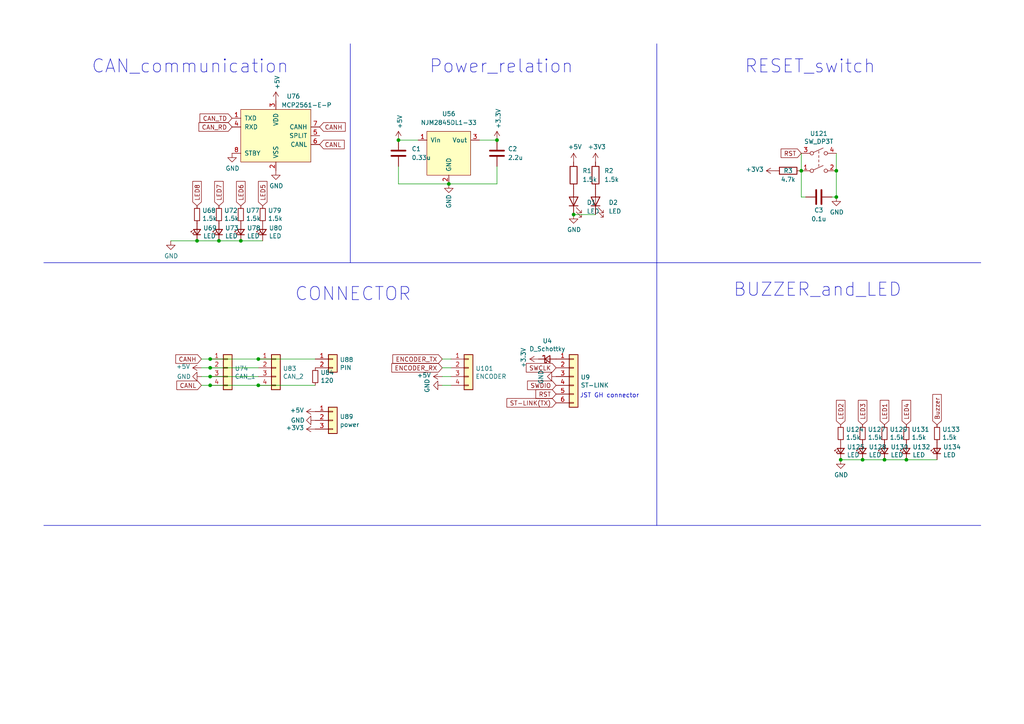
<source format=kicad_sch>
(kicad_sch (version 20230121) (generator eeschema)
  (paper "A4")
  (lib_symbols
    (symbol "Connector_Generic:Conn_01x02" (pin_names (offset 1.016) hide)
      (property "Reference" "J" (at 0 2.54 0))
      (property "Value" "Conn_01x02" (at 0 -5.08 0))
      (symbol "Conn_01x02_1_1"
        (rectangle (start -1.27 -2.413) (end 0 -2.667) (stroke (width 0.1524)))
        (rectangle (start -1.27 0.127) (end 0 -0.127) (stroke (width 0.1524)))
        (rectangle (start -1.27 1.27) (end 1.27 -3.81) (stroke (width 0.254)) (fill (type background)))
        (pin passive line (at -5.08 0 0) (length 3.81) (name "Pin_1") (number "1"))
        (pin passive line (at -5.08 -2.54 0) (length 3.81) (name "Pin_2") (number "2"))
      )
    )
    (symbol "Connector_Generic:Conn_01x03" (pin_names (offset 1.016) hide)
      (property "Reference" "J" (at 0 5.08 0))
      (property "Value" "Conn_01x03" (at 0 -5.08 0))
      (symbol "Conn_01x03_1_1"
        (rectangle (start -1.27 -2.413) (end 0 -2.667) (stroke (width 0.1524)))
        (rectangle (start -1.27 0.127) (end 0 -0.127) (stroke (width 0.1524)))
        (rectangle (start -1.27 2.667) (end 0 2.413) (stroke (width 0.1524)))
        (rectangle (start -1.27 3.81) (end 1.27 -3.81) (stroke (width 0.254)) (fill (type background)))
        (pin passive line (at -5.08 2.54 0) (length 3.81) (name "Pin_1") (number "1"))
        (pin passive line (at -5.08 0 0) (length 3.81) (name "Pin_2") (number "2"))
        (pin passive line (at -5.08 -2.54 0) (length 3.81) (name "Pin_3") (number "3"))
      )
    )
    (symbol "Connector_Generic:Conn_01x04" (pin_names (offset 1.016) hide)
      (property "Reference" "J" (at 0 5.08 0))
      (property "Value" "Conn_01x04" (at 0 -7.62 0))
      (symbol "Conn_01x04_1_1"
        (rectangle (start -1.27 -4.953) (end 0 -5.207) (stroke (width 0.1524)))
        (rectangle (start -1.27 -2.413) (end 0 -2.667) (stroke (width 0.1524)))
        (rectangle (start -1.27 0.127) (end 0 -0.127) (stroke (width 0.1524)))
        (rectangle (start -1.27 2.667) (end 0 2.413) (stroke (width 0.1524)))
        (rectangle (start -1.27 3.81) (end 1.27 -6.35) (stroke (width 0.254)) (fill (type background)))
        (pin passive line (at -5.08 2.54 0) (length 3.81) (name "Pin_1") (number "1"))
        (pin passive line (at -5.08 0 0) (length 3.81) (name "Pin_2") (number "2"))
        (pin passive line (at -5.08 -2.54 0) (length 3.81) (name "Pin_3") (number "3"))
        (pin passive line (at -5.08 -5.08 0) (length 3.81) (name "Pin_4") (number "4"))
      )
    )
    (symbol "Connector_Generic:Conn_01x06" (pin_names (offset 1.016) hide)
      (property "Reference" "J" (at 0 7.62 0))
      (property "Value" "Conn_01x06" (at 0 -10.16 0))
      (symbol "Conn_01x06_1_1"
        (rectangle (start -1.27 -7.493) (end 0 -7.747) (stroke (width 0.1524)))
        (rectangle (start -1.27 -4.953) (end 0 -5.207) (stroke (width 0.1524)))
        (rectangle (start -1.27 -2.413) (end 0 -2.667) (stroke (width 0.1524)))
        (rectangle (start -1.27 0.127) (end 0 -0.127) (stroke (width 0.1524)))
        (rectangle (start -1.27 2.667) (end 0 2.413) (stroke (width 0.1524)))
        (rectangle (start -1.27 5.207) (end 0 4.953) (stroke (width 0.1524)))
        (rectangle (start -1.27 6.35) (end 1.27 -8.89) (stroke (width 0.254)) (fill (type background)))
        (pin passive line (at -5.08 5.08 0) (length 3.81) (name "Pin_1") (number "1"))
        (pin passive line (at -5.08 2.54 0) (length 3.81) (name "Pin_2") (number "2"))
        (pin passive line (at -5.08 0 0) (length 3.81) (name "Pin_3") (number "3"))
        (pin passive line (at -5.08 -2.54 0) (length 3.81) (name "Pin_4") (number "4"))
        (pin passive line (at -5.08 -5.08 0) (length 3.81) (name "Pin_5") (number "5"))
        (pin passive line (at -5.08 -7.62 0) (length 3.81) (name "Pin_6") (number "6"))
      )
    )
    (symbol "Device:C" (pin_numbers hide) (pin_names (offset 0.254))
      (property "Reference" "C" (at 0.635 2.54 0))
      (property "Value" "C" (at 0.635 -2.54 0))
      (symbol "C_0_1"
        (polyline (pts (xy -2.032 -0.762) (xy 2.032 -0.762)) (stroke (width 0.508)))
        (polyline (pts (xy -2.032 0.762) (xy 2.032 0.762)) (stroke (width 0.508)))
      )
      (symbol "C_1_1"
        (pin passive line (at 0 3.81 270) (length 2.794) (name "~") (number "1"))
        (pin passive line (at 0 -3.81 90) (length 2.794) (name "~") (number "2"))
      )
    )
    (symbol "Device:D_Schottky_Small" (pin_numbers hide) (pin_names (offset 0.254) hide)
      (property "Reference" "D" (at -1.27 2.032 0))
      (property "Value" "D_Schottky_Small" (at -7.112 -2.032 0))
      (symbol "D_Schottky_Small_0_1"
        (polyline (pts (xy -0.762 0) (xy 0.762 0)))
        (polyline (pts (xy 0.762 -1.016) (xy -0.762 0) (xy 0.762 1.016) (xy 0.762 -1.016)) (stroke (width 0.254)))
        (polyline (pts (xy -1.27 0.762) (xy -1.27 1.016) (xy -0.762 1.016) (xy -0.762 -1.016) (xy -0.254 -1.016) (xy -0.254 -0.762)) (stroke (width 0.254)))
      )
      (symbol "D_Schottky_Small_1_1"
        (pin passive line (at -2.54 0 0) (length 1.778) (name "K") (number "1"))
        (pin passive line (at 2.54 0 180) (length 1.778) (name "A") (number "2"))
      )
    )
    (symbol "Device:LED" (pin_numbers hide) (pin_names (offset 1.016) hide)
      (property "Reference" "D" (at 0 2.54 0))
      (property "Value" "LED" (at 0 -2.54 0))
      (symbol "LED_0_1"
        (polyline (pts (xy -1.27 -1.27) (xy -1.27 1.27)) (stroke (width 0.254)))
        (polyline (pts (xy -1.27 0) (xy 1.27 0)))
        (polyline (pts (xy 1.27 -1.27) (xy 1.27 1.27) (xy -1.27 0) (xy 1.27 -1.27)) (stroke (width 0.254)))
        (polyline (pts (xy -3.048 -0.762) (xy -4.572 -2.286) (xy -3.81 -2.286) (xy -4.572 -2.286) (xy -4.572 -1.524)))
        (polyline (pts (xy -1.778 -0.762) (xy -3.302 -2.286) (xy -2.54 -2.286) (xy -3.302 -2.286) (xy -3.302 -1.524)))
      )
      (symbol "LED_1_1"
        (pin passive line (at -3.81 0 0) (length 2.54) (name "K") (number "1"))
        (pin passive line (at 3.81 0 180) (length 2.54) (name "A") (number "2"))
      )
    )
    (symbol "Device:LED_Small" (pin_numbers hide) (pin_names (offset 0.254) hide)
      (property "Reference" "D" (at -1.27 3.175 0))
      (property "Value" "LED_Small" (at -4.445 -2.54 0))
      (symbol "LED_Small_0_1"
        (polyline (pts (xy -0.762 -1.016) (xy -0.762 1.016)) (stroke (width 0.254)))
        (polyline (pts (xy 1.016 0) (xy -0.762 0)))
        (polyline (pts (xy 0.762 -1.016) (xy -0.762 0) (xy 0.762 1.016) (xy 0.762 -1.016)) (stroke (width 0.254)))
        (polyline (pts (xy 0 0.762) (xy -0.508 1.27) (xy -0.254 1.27) (xy -0.508 1.27) (xy -0.508 1.016)))
        (polyline (pts (xy 0.508 1.27) (xy 0 1.778) (xy 0.254 1.778) (xy 0 1.778) (xy 0 1.524)))
      )
      (symbol "LED_Small_1_1"
        (pin passive line (at -2.54 0 0) (length 1.778) (name "K") (number "1"))
        (pin passive line (at 2.54 0 180) (length 1.778) (name "A") (number "2"))
      )
    )
    (symbol "Device:R" (pin_numbers hide) (pin_names (offset 0))
      (property "Reference" "R" (at 2.032 0 90))
      (property "Value" "R" (at 0 0 90))
      (symbol "R_0_1"
        (rectangle (start -1.016 -2.54) (end 1.016 2.54) (stroke (width 0.254)))
      )
      (symbol "R_1_1"
        (pin passive line (at 0 3.81 270) (length 1.27) (name "~") (number "1"))
        (pin passive line (at 0 -3.81 90) (length 1.27) (name "~") (number "2"))
      )
    )
    (symbol "Device:R_Small" (pin_numbers hide) (pin_names (offset 0.254) hide)
      (property "Reference" "R" (at 0.762 0.508 0))
      (property "Value" "R_Small" (at 0.762 -1.016 0))
      (symbol "R_Small_0_1"
        (rectangle (start -0.762 1.778) (end 0.762 -1.778) (stroke (width 0.2032)))
      )
      (symbol "R_Small_1_1"
        (pin passive line (at 0 2.54 270) (length 0.762) (name "~") (number "1"))
        (pin passive line (at 0 -2.54 90) (length 0.762) (name "~") (number "2"))
      )
    )
    (symbol "NagaokaMDC2022-rescue:+3.3V-power" (power) (pin_names (offset 0))
      (property "Value" "+3.3V-power" (at 0 3.556 0))
      (symbol "+3.3V-power_0_1"
        (polyline (pts (xy -0.762 1.27) (xy 0 2.54)))
        (polyline (pts (xy 0 0) (xy 0 2.54)))
        (polyline (pts (xy 0 2.54) (xy 0.762 1.27)))
      )
      (symbol "+3.3V-power_1_1"
        (pin power_in line (at 0 0 90) (length 0) hide (name "+3V3") (number "1"))
      )
    )
    (symbol "Switch:SW_DPST" (pin_names (offset 0) hide)
      (property "Reference" "SW" (at 0 5.08 0))
      (property "Value" "SW_DPST" (at 0 -5.08 0))
      (symbol "SW_DPST_0_0"
        (circle (center -2.032 -2.54) (radius 0.508))
        (circle (center -2.032 2.54) (radius 0.508))
        (polyline (pts (xy -1.524 -2.286) (xy 1.27 -1.016)))
        (polyline (pts (xy -1.524 2.794) (xy 1.27 4.064)))
        (polyline (pts (xy 0 -1.27) (xy 0 -0.635)))
        (polyline (pts (xy 0 0) (xy 0 0.635)))
        (polyline (pts (xy 0 1.27) (xy 0 1.905)))
        (polyline (pts (xy 0 2.54) (xy 0 3.175)))
        (circle (center 2.032 -2.54) (radius 0.508))
        (circle (center 2.032 2.54) (radius 0.508))
      )
      (symbol "SW_DPST_1_1"
        (pin passive line (at -5.08 -2.54 0) (length 2.54) (name "1") (number "1"))
        (pin passive line (at 5.08 -2.54 180) (length 2.54) (name "2") (number "2"))
        (pin passive line (at -5.08 2.54 0) (length 2.54) (name "3") (number "3"))
        (pin passive line (at 5.08 2.54 180) (length 2.54) (name "4") (number "4"))
      )
    )
    (symbol "Symbol_Monkey:NJM2845DL1-33" (pin_names (offset 1.016))
      (property "Reference" "U" (at 7.62 3.81 0))
      (property "Value" "NJM2845DL1-33" (at 8.89 1.27 0))
      (symbol "NJM2845DL1-33_0_1"
        (rectangle (start 15.24 0) (end 2.54 -12.7) (fill (type background)))
      )
      (symbol "NJM2845DL1-33_1_1"
        (pin passive line (at 0 -2.54 0) (length 2.54) (name "Vin") (number "1"))
        (pin passive line (at 8.89 -15.24 90) (length 2.54) (name "GND") (number "2"))
        (pin passive line (at 17.78 -2.54 180) (length 2.54) (name "Vout") (number "3"))
      )
    )
    (symbol "Symbol_nishi:MCP2561-E-P" (pin_names (offset 1.016))
      (property "Reference" "U" (at -1.27 0 0))
      (property "Value" "MCP2561-E-P" (at -1.27 2.54 0))
      (symbol "MCP2561-E-P_0_1"
        (rectangle (start 0 0) (end 20.32 -15.24) (fill (type background)))
      )
      (symbol "MCP2561-E-P_1_1"
        (pin passive line (at -2.54 -2.54 0) (length 2.54) (name "TXD") (number "1"))
        (pin passive line (at 10.16 -17.78 90) (length 2.54) (name "VSS") (number "2"))
        (pin passive line (at 10.16 2.54 270) (length 2.54) (name "VDD") (number "3"))
        (pin passive line (at -2.54 -5.08 0) (length 2.54) (name "RXD") (number "4"))
        (pin passive line (at 22.86 -7.62 180) (length 2.54) (name "SPLIT") (number "5"))
        (pin passive line (at 22.86 -10.16 180) (length 2.54) (name "CANL") (number "6"))
        (pin passive line (at 22.86 -5.08 180) (length 2.54) (name "CANH") (number "7"))
        (pin passive line (at -2.54 -12.7 0) (length 2.54) (name "STBY") (number "8"))
      )
    )
    (symbol "power:+3.3V" (power) (pin_names (offset 0))
      (property "Value" "+3.3V" (at 0 3.556 0))
      (symbol "+3.3V_0_1"
        (polyline (pts (xy -0.762 1.27) (xy 0 2.54)))
        (polyline (pts (xy 0 0) (xy 0 2.54)))
        (polyline (pts (xy 0 2.54) (xy 0.762 1.27)))
      )
      (symbol "+3.3V_1_1"
        (pin power_in line (at 0 0 90) (length 0) hide (name "+3.3V") (number "1"))
      )
    )
    (symbol "power:+5V" (power) (pin_names (offset 0))
      (property "Value" "+5V" (at 0 3.556 0))
      (symbol "+5V_0_1"
        (polyline (pts (xy -0.762 1.27) (xy 0 2.54)))
        (polyline (pts (xy 0 0) (xy 0 2.54)))
        (polyline (pts (xy 0 2.54) (xy 0.762 1.27)))
      )
      (symbol "+5V_1_1"
        (pin power_in line (at 0 0 90) (length 0) hide (name "+5V") (number "1"))
      )
    )
    (symbol "power:GND" (power) (pin_names (offset 0))
      (property "Value" "GND" (at 0 -3.81 0))
      (symbol "GND_0_1"
        (polyline (pts (xy 0 0) (xy 0 -1.27) (xy 1.27 -1.27) (xy 0 -2.54) (xy -1.27 -1.27) (xy 0 -1.27)))
      )
      (symbol "GND_1_1"
        (pin power_in line (at 0 0 270) (length 0) hide (name "GND") (number "1"))
      )
    )
  )
  (junction (at 69.85 69.85))
  (junction (at 250.19 133.35))
  (junction (at 242.57 57.15))
  (junction (at 57.15 69.85))
  (junction (at 74.93 104.14))
  (junction (at 74.93 111.76))
  (junction (at 262.89 133.35))
  (junction (at 63.5 69.85))
  (junction (at 242.57 49.53))
  (junction (at 130.175 53.34))
  (junction (at 256.54 133.35))
  (junction (at 232.41 49.53))
  (junction (at 60.96 109.22))
  (junction (at 60.96 104.14))
  (junction (at 166.37 62.23))
  (junction (at 60.96 111.76))
  (junction (at 243.84 133.35))
  (junction (at 144.145 40.64))
  (junction (at 60.96 106.68))
  (junction (at 115.57 40.64))
  (polyline (pts (xy 12.7 76.2) (xy 284.48 76.2)))
  (wire (pts (xy 166.37 62.23) (xy 172.72 62.23)))
  (wire (pts (xy 58.42 111.76) (xy 60.96 111.76)))
  (wire (pts (xy 144.145 48.26) (xy 144.145 53.34)))
  (wire (pts (xy 232.41 44.45) (xy 232.41 49.53)))
  (wire (pts (xy 232.41 57.15) (xy 233.68 57.15)))
  (wire (pts (xy 49.53 69.85) (xy 57.15 69.85)))
  (wire (pts (xy 60.96 111.76) (xy 74.93 111.76)))
  (wire (pts (xy 256.54 133.35) (xy 262.89 133.35)))
  (wire (pts (xy 69.85 69.85) (xy 76.2 69.85)))
  (wire (pts (xy 232.41 49.53) (xy 232.41 57.15)))
  (wire (pts (xy 139.065 40.64) (xy 144.145 40.64)))
  (polyline (pts (xy 284.48 152.4) (xy 12.7 152.4)))
  (wire (pts (xy 128.27 111.76) (xy 130.81 111.76)))
  (wire (pts (xy 60.96 109.22) (xy 58.42 109.22)))
  (wire (pts (xy 58.42 106.68) (xy 60.96 106.68)))
  (wire (pts (xy 74.93 111.76) (xy 91.44 111.76)))
  (wire (pts (xy 60.96 104.14) (xy 58.42 104.14)))
  (polyline (pts (xy 101.6 12.7) (xy 101.6 76.2)))
  (wire (pts (xy 115.57 40.64) (xy 121.285 40.64)))
  (wire (pts (xy 242.57 57.15) (xy 241.3 57.15)))
  (wire (pts (xy 128.27 109.22) (xy 130.81 109.22)))
  (wire (pts (xy 91.44 104.14) (xy 74.93 104.14)))
  (wire (pts (xy 63.5 69.85) (xy 69.85 69.85)))
  (wire (pts (xy 250.19 133.35) (xy 256.54 133.35)))
  (polyline (pts (xy 190.5 12.7) (xy 190.5 152.4)))
  (wire (pts (xy 74.93 104.14) (xy 60.96 104.14)))
  (wire (pts (xy 242.57 44.45) (xy 242.57 49.53)))
  (wire (pts (xy 144.145 53.34) (xy 130.175 53.34)))
  (wire (pts (xy 57.15 69.85) (xy 63.5 69.85)))
  (wire (pts (xy 115.57 53.34) (xy 130.175 53.34)))
  (wire (pts (xy 243.84 133.35) (xy 250.19 133.35)))
  (wire (pts (xy 262.89 133.35) (xy 271.78 133.35)))
  (wire (pts (xy 60.96 106.68) (xy 74.93 106.68)))
  (wire (pts (xy 128.27 104.14) (xy 130.81 104.14)))
  (wire (pts (xy 242.57 49.53) (xy 242.57 57.15)))
  (wire (pts (xy 74.93 109.22) (xy 60.96 109.22)))
  (wire (pts (xy 128.27 106.68) (xy 130.81 106.68)))
  (wire (pts (xy 115.57 48.26) (xy 115.57 53.34)))
  (text "BUZZER_and_LED" (at 261.62 86.36 0) (effects (font (size 3.81 3.81)) (justify right bottom)))
  (text "Power_relation" (at 166.37 21.59 0) (effects (font (size 3.81 3.81)) (justify right bottom)))
  (text "RESET_switch" (at 254 21.59 0) (effects (font (size 3.81 3.81)) (justify right bottom)))
  (text "CONNECTOR" (at 119.38 87.63 0) (effects (font (size 3.81 3.81)) (justify right bottom)))
  (text "CAN_communication" (at 83.82 21.59 0) (effects (font (size 3.81 3.81)) (justify right bottom)))
  (text "JST GH connector" (at 185.42 115.57 0) (effects (font (size 1.27 1.27)) (justify right bottom)))
  (global_label "ENCODER_RX" (shape input) (at 128.27 106.68 180) (property "Intersheetrefs" "${INTERSHEET_REFS}" (effects hide)))
  (global_label "ST-LINK(TX)" (shape input) (at 161.29 116.84 180) (property "Intersheetrefs" "${INTERSHEET_REFS}" (effects hide)))
  (global_label "CANH" (shape input) (at 92.71 36.83 0) (property "Intersheetrefs" "${INTERSHEET_REFS}" (effects hide)))
  (global_label "LED6" (shape input) (at 69.85 59.69 90) (property "Intersheetrefs" "${INTERSHEET_REFS}" (effects hide)))
  (global_label "CAN_TD" (shape input) (at 67.31 34.29 180) (property "Intersheetrefs" "${INTERSHEET_REFS}" (effects hide)))
  (global_label "CANL" (shape input) (at 92.71 41.91 0) (property "Intersheetrefs" "${INTERSHEET_REFS}" (effects hide)))
  (global_label "ENCODER_TX" (shape input) (at 128.27 104.14 180) (property "Intersheetrefs" "${INTERSHEET_REFS}" (effects hide)))
  (global_label "LED8" (shape input) (at 57.15 59.69 90) (property "Intersheetrefs" "${INTERSHEET_REFS}" (effects hide)))
  (global_label "SWDIO" (shape input) (at 161.29 111.76 180) (property "Intersheetrefs" "${INTERSHEET_REFS}" (effects hide)))
  (global_label "CANL" (shape input) (at 58.42 111.76 180) (property "Intersheetrefs" "${INTERSHEET_REFS}" (effects hide)))
  (global_label "SWCLK" (shape input) (at 161.29 106.68 180) (property "Intersheetrefs" "${INTERSHEET_REFS}" (effects hide)))
  (global_label "LED2" (shape input) (at 243.84 123.19 90) (property "Intersheetrefs" "${INTERSHEET_REFS}" (effects hide)))
  (global_label "LED7" (shape input) (at 63.5 59.69 90) (property "Intersheetrefs" "${INTERSHEET_REFS}" (effects hide)))
  (global_label "LED1" (shape input) (at 256.54 123.19 90) (property "Intersheetrefs" "${INTERSHEET_REFS}" (effects hide)))
  (global_label "CANH" (shape input) (at 58.42 104.14 180) (property "Intersheetrefs" "${INTERSHEET_REFS}" (effects hide)))
  (global_label "Buzzer" (shape input) (at 271.78 123.19 90) (property "Intersheetrefs" "${INTERSHEET_REFS}" (effects hide)))
  (global_label "RST" (shape input) (at 232.41 44.45 180) (property "Intersheetrefs" "${INTERSHEET_REFS}" (effects hide)))
  (global_label "CAN_RD" (shape input) (at 67.31 36.83 180) (property "Intersheetrefs" "${INTERSHEET_REFS}" (effects hide)))
  (global_label "RST" (shape input) (at 161.29 114.3 180) (property "Intersheetrefs" "${INTERSHEET_REFS}" (effects hide)))
  (global_label "LED5" (shape input) (at 76.2 59.69 90) (property "Intersheetrefs" "${INTERSHEET_REFS}" (effects hide)))
  (global_label "LED4" (shape input) (at 262.89 123.19 90) (property "Intersheetrefs" "${INTERSHEET_REFS}" (effects hide)))
  (global_label "LED3" (shape input) (at 250.19 123.19 90) (property "Intersheetrefs" "${INTERSHEET_REFS}" (effects hide)))
  (symbol (lib_id "Connector_Generic:Conn_01x06") (at 166.37 109.22 0) (unit 1)
    (property "Reference" "U9" (at 168.402 109.4232 0) (effects (justify left)))
    (property "Value" "ST-LINK" (at 168.402 111.7346 0) (effects (justify left)))
    (property "Footprint" "Connector_JST:JST_GH_SM06B-GHS-TB_1x06-1MP_P1.25mm_Horizontal" (effects hide))
    (instances (project "YAMADAmain" (path "" (reference "U9") (unit 1)) (path "" (reference "U13") (unit 1))) (project "ODAmain" (path "" (reference "U58") (unit 1))) (project "M3rd_main_board" (path "" (reference "U3") (unit 1)) (path "" (reference "U12") (unit 1))))
  )
  (symbol (lib_id "Device:R_Small") (at 256.54 125.73 0) (unit 1)
    (property "Reference" "U129" (at 258.0386 124.5616 0) (effects (justify left)))
    (property "Value" "1.5k" (at 258.0386 126.873 0) (effects (justify left)))
    (property "Footprint" "Resistor_SMD:R_0805_2012Metric_Pad1.20x1.40mm_HandSolder" (effects hide))
  )
  (symbol (lib_id "Device:D_Schottky_Small") (at 158.75 104.14 0) (unit 1)
    (property "Reference" "U4" (at 158.75 98.8822 0))
    (property "Value" "D_Schottky" (at 158.75 101.1936 0))
    (property "Footprint" "Footprint_nishi:smd_diode_SOD-323_HandSoldering_cus10f30" (effects hide))
    (instances (project "YAMADAmain" (path "" (reference "U4") (unit 1)) (path "" (reference "U9") (unit 1))) (project "ODAmain" (path "" (reference "U57") (unit 1))) (project "M3rd_main_board" (path "" (reference "U2") (unit 1)) (path "" (reference "U8") (unit 1))))
  )
  (symbol (lib_id "Device:R_Small") (at 57.15 62.23 0) (unit 1)
    (property "Reference" "U68" (at 58.6486 61.0616 0) (effects (justify left)))
    (property "Value" "1.5k" (at 58.6486 63.373 0) (effects (justify left)))
    (property "Footprint" "Resistor_SMD:R_0805_2012Metric_Pad1.20x1.40mm_HandSolder" (effects hide))
  )
  (symbol (lib_id "Connector_Generic:Conn_01x04") (at 66.04 106.68 0) (unit 1)
    (property "Reference" "U74" (at 68.072 106.8832 0) (effects (justify left)))
    (property "Value" "CAN_1" (at 68.072 109.1946 0) (effects (justify left)))
    (property "Footprint" "Connector_JST_2:JST_XA_S04B-XASK-1_1x04_P2.50mm_Horizontal" (effects hide))
  )
  (symbol (lib_id "Device:LED") (at 172.72 58.42 90) (unit 1)
    (property "Reference" "D2" (at 176.53 58.7375 90) (effects (justify right)))
    (property "Value" "LED" (at 176.53 61.2775 90) (effects (justify right)))
  )
  (symbol (lib_id "Device:C") (at 237.49 57.15 90) (unit 1)
    (property "Reference" "C3" (at 237.49 60.96 90))
    (property "Value" "0.1u" (at 237.49 63.5 90))
  )
  (symbol (lib_id "Device:R_Small") (at 63.5 62.23 0) (unit 1)
    (property "Reference" "U72" (at 64.9986 61.0616 0) (effects (justify left)))
    (property "Value" "1.5k" (at 64.9986 63.373 0) (effects (justify left)))
    (property "Footprint" "Resistor_SMD:R_0805_2012Metric_Pad1.20x1.40mm_HandSolder" (effects hide))
  )
  (symbol (lib_id "power:GND") (at 80.01 49.53 0) (unit 1)
    (property "Reference" "U082" (effects hide))
    (property "Value" "GND" (at 80.137 53.9242 0))
  )
  (symbol (lib_id "power:GND") (at 58.42 109.22 270) (unit 1)
    (property "Reference" "U071" (effects hide))
    (property "Value" "GND" (at 53.34 109.22 90))
  )
  (symbol (lib_id "power:GND") (at 161.29 109.22 270) (unit 1)
    (property "Reference" "#U07" (effects hide))
    (property "Value" "GND" (at 156.8958 109.347 0))
    (instances (project "YAMADAmain" (path "" (reference "#U07") (unit 1)) (path "" (reference "#U06") (unit 1))) (project "ODAmain" (path "" (reference "#U04") (unit 1))) (project "M3rd_main_board" (path "" (reference "#U05") (unit 1)) (path "" (reference "#U07") (unit 1))))
  )
  (symbol (lib_id "Device:R_Small") (at 76.2 62.23 0) (unit 1)
    (property "Reference" "U79" (at 77.6986 61.0616 0) (effects (justify left)))
    (property "Value" "1.5k" (at 77.6986 63.373 0) (effects (justify left)))
    (property "Footprint" "Resistor_SMD:R_0805_2012Metric_Pad1.20x1.40mm_HandSolder" (effects hide))
  )
  (symbol (lib_id "power:GND") (at 128.27 111.76 270) (unit 1)
    (property "Reference" "U096" (effects hide))
    (property "Value" "GND" (at 123.8758 111.887 0))
  )
  (symbol (lib_id "power:+5V") (at 128.27 109.22 90) (unit 1)
    (property "Reference" "U095" (effects hide))
    (property "Value" "+5V" (at 125.0188 108.839 90) (effects (justify left)))
  )
  (symbol (lib_id "Connector_Generic:Conn_01x03") (at 96.52 121.92 0) (unit 1)
    (property "Reference" "U89" (at 98.552 120.8532 0) (effects (justify left)))
    (property "Value" "power" (at 98.552 123.1646 0) (effects (justify left)))
    (property "Footprint" "Connector_JST_2:JST_XA_B03B-XASK-1_1x03_P2.50mm_Vertical" (effects hide))
  )
  (symbol (lib_id "power:GND") (at 166.37 62.23 0) (unit 1)
    (property "Reference" "U0110" (effects hide))
    (property "Value" "GND" (at 166.497 66.6242 0))
  )
  (symbol (lib_id "Device:LED_Small") (at 76.2 67.31 90) (unit 1)
    (property "Reference" "U80" (at 77.978 66.1416 90) (effects (justify right)))
    (property "Value" "LED" (at 77.978 68.453 90) (effects (justify right)))
    (property "Footprint" "LED_SMD:LED_0603_1608Metric_Pad1.05x0.95mm_HandSolder" (effects hide))
  )
  (symbol (lib_id "Device:C") (at 115.57 44.45 0) (unit 1)
    (property "Reference" "C1" (at 119.38 43.1799 0) (effects (justify left)))
    (property "Value" "0.33u" (at 119.38 45.7199 0) (effects (justify left)))
    (property "Footprint" "Footprint_nishi:C_0805_2012" (effects hide))
  )
  (symbol (lib_id "Device:LED_Small") (at 256.54 130.81 90) (unit 1)
    (property "Reference" "U130" (at 258.318 129.6416 90) (effects (justify right)))
    (property "Value" "LED" (at 258.318 131.953 90) (effects (justify right)))
    (property "Footprint" "LED_SMD:LED_0603_1608Metric_Pad1.05x0.95mm_HandSolder" (effects hide))
  )
  (symbol (lib_id "power:GND") (at 243.84 133.35 0) (unit 1)
    (property "Reference" "U0126" (effects hide))
    (property "Value" "GND" (at 243.967 137.7442 0))
  )
  (symbol (lib_id "Connector_Generic:Conn_01x02") (at 96.52 104.14 0) (unit 1)
    (property "Reference" "U88" (at 98.552 104.3432 0) (effects (justify left)))
    (property "Value" "PIN" (at 98.552 106.6546 0) (effects (justify left)))
    (property "Footprint" "Connector_PinHeader_2.54mm:PinHeader_1x02_P2.54mm_Vertical" (effects hide))
  )
  (symbol (lib_id "Device:R_Small") (at 69.85 62.23 0) (unit 1)
    (property "Reference" "U77" (at 71.3486 61.0616 0) (effects (justify left)))
    (property "Value" "1.5k" (at 71.3486 63.373 0) (effects (justify left)))
    (property "Footprint" "Resistor_SMD:R_0805_2012Metric_Pad1.20x1.40mm_HandSolder" (effects hide))
  )
  (symbol (lib_id "Device:R") (at 228.6 49.53 90) (unit 1)
    (property "Reference" "R3" (at 228.6 49.53 90))
    (property "Value" "4.7k" (at 228.6 52.07 90))
  )
  (symbol (lib_id "power:+5V") (at 115.57 40.64 0) (unit 1)
    (property "Reference" "#U01" (effects hide))
    (property "Value" "+5V" (at 115.951 37.3888 90) (effects (justify left)))
  )
  (symbol (lib_id "Connector_Generic:Conn_01x04") (at 135.89 106.68 0) (unit 1)
    (property "Reference" "U101" (at 137.922 106.8832 0) (effects (justify left)))
    (property "Value" "ENCODER" (at 137.922 109.1946 0) (effects (justify left)))
    (property "Footprint" "Connector_JST_2:JST_XA_B04B-XASK-1_1x04_P2.50mm_Vertical" (effects hide))
  )
  (symbol (lib_id "Device:LED_Small") (at 57.15 67.31 90) (unit 1)
    (property "Reference" "U69" (at 58.928 66.1416 90) (effects (justify right)))
    (property "Value" "LED" (at 58.928 68.453 90) (effects (justify right)))
    (property "Footprint" "LED_SMD:LED_0603_1608Metric_Pad1.05x0.95mm_HandSolder" (effects hide))
  )
  (symbol (lib_id "power:GND") (at 67.31 44.45 0) (unit 1)
    (property "Reference" "U075" (effects hide))
    (property "Value" "GND" (at 67.437 48.8442 0))
  )
  (symbol (lib_id "Device:LED_Small") (at 271.78 130.81 90) (unit 1)
    (property "Reference" "U134" (at 273.558 129.6416 90) (effects (justify right)))
    (property "Value" "LED" (at 273.558 131.953 90) (effects (justify right)))
    (property "Footprint" "LED_SMD:LED_0603_1608Metric_Pad1.05x0.95mm_HandSolder" (effects hide))
  )
  (symbol (lib_id "power:+3.3V") (at 156.21 104.14 90) (unit 1)
    (property "Reference" "#PWR034" (effects hide))
    (property "Value" "+3.3V" (at 151.8158 103.759 0))
    (instances (project "YAMADAmain" (path "" (reference "#PWR034") (unit 1)) (path "" (reference "#PWR021") (unit 1))) (project "ODAmain" (path "" (reference "#PWR037") (unit 1))) (project "M3rd_main_board" (path "" (reference "#PWR025") (unit 1)) (path "" (reference "#PWR058") (unit 1))))
  )
  (symbol (lib_id "power:GND") (at 130.175 53.34 0) (unit 1)
    (property "Reference" "#U02" (effects hide))
    (property "Value" "GND" (at 130.175 58.42 90))
  )
  (symbol (lib_id "power:+5V") (at 80.01 29.21 0) (unit 1)
    (property "Reference" "U081" (effects hide))
    (property "Value" "+5V" (at 80.391 25.9588 90) (effects (justify left)))
  )
  (symbol (lib_id "NagaokaMDC2022-rescue:+3.3V-power") (at 172.72 46.99 0) (unit 1)
    (property "Reference" "U0111" (effects hide))
    (property "Value" "+3.3V" (at 173.101 42.5958 0))
  )
  (symbol (lib_id "Device:LED_Small") (at 243.84 130.81 90) (unit 1)
    (property "Reference" "U125" (at 245.618 129.6416 90) (effects (justify right)))
    (property "Value" "LED" (at 245.618 131.953 90) (effects (justify right)))
    (property "Footprint" "LED_SMD:LED_0603_1608Metric_Pad1.05x0.95mm_HandSolder" (effects hide))
  )
  (symbol (lib_id "Device:R") (at 166.37 50.8 0) (unit 1)
    (property "Reference" "R1" (at 168.91 49.53 0) (effects (justify left)))
    (property "Value" "1.5k" (at 168.91 52.07 0) (effects (justify left)))
  )
  (symbol (lib_id "Connector_Generic:Conn_01x04") (at 80.01 106.68 0) (unit 1)
    (property "Reference" "U83" (at 82.042 106.8832 0) (effects (justify left)))
    (property "Value" "CAN_2" (at 82.042 109.1946 0) (effects (justify left)))
    (property "Footprint" "Connector_JST_2:JST_XA_S04B-XASK-1_1x04_P2.50mm_Horizontal" (effects hide))
  )
  (symbol (lib_id "Device:LED_Small") (at 250.19 130.81 90) (unit 1)
    (property "Reference" "U128" (at 251.968 129.6416 90) (effects (justify right)))
    (property "Value" "LED" (at 251.968 131.953 90) (effects (justify right)))
    (property "Footprint" "LED_SMD:LED_0603_1608Metric_Pad1.05x0.95mm_HandSolder" (effects hide))
  )
  (symbol (lib_id "Device:R_Small") (at 91.44 109.22 0) (unit 1)
    (property "Reference" "U84" (at 92.9386 108.0516 0) (effects (justify left)))
    (property "Value" "120" (at 92.9386 110.363 0) (effects (justify left)))
    (property "Footprint" "Resistor_SMD:R_0805_2012Metric_Pad1.20x1.40mm_HandSolder" (effects hide))
  )
  (symbol (lib_id "NagaokaMDC2022-rescue:+3.3V-power") (at 91.44 124.46 90) (unit 1)
    (property "Reference" "U087" (effects hide))
    (property "Value" "+3.3V" (at 88.1888 124.079 90) (effects (justify left)))
  )
  (symbol (lib_id "Symbol_nishi:MCP2561-E-P") (at 69.85 31.75 0) (unit 1)
    (property "Reference" "U76" (at 85.09 27.94 0))
    (property "Value" "MCP2561-E-P" (at 88.9 30.48 0))
    (property "Footprint" "Package_DIP:DIP-8_W7.62mm_LongPads" (effects hide))
  )
  (symbol (lib_id "Symbol_Monkey:NJM2845DL1-33") (at 121.285 38.1 0) (unit 1)
    (property "Reference" "U56" (at 130.175 33.02 0))
    (property "Value" "NJM2845DL1-33" (at 130.175 35.56 0))
    (property "Footprint" "Footprint_nishi:NJM2845DL1-33" (effects hide))
  )
  (symbol (lib_id "power:GND") (at 91.44 121.92 270) (unit 1)
    (property "Reference" "U086" (effects hide))
    (property "Value" "GND" (at 86.36 121.92 90))
  )
  (symbol (lib_id "power:GND") (at 49.53 69.85 0) (unit 1)
    (property "Reference" "U067" (effects hide))
    (property "Value" "GND" (at 49.657 74.2442 0))
  )
  (symbol (lib_id "power:+5V") (at 91.44 119.38 90) (unit 1)
    (property "Reference" "U085" (effects hide))
    (property "Value" "+5V" (at 88.1888 118.999 90) (effects (justify left)))
  )
  (symbol (lib_id "power:+5V") (at 58.42 106.68 90) (unit 1)
    (property "Reference" "U070" (effects hide))
    (property "Value" "+5V" (at 55.1688 106.299 90) (effects (justify left)))
  )
  (symbol (lib_id "Switch:SW_DPST") (at 237.49 46.99 0) (unit 1)
    (property "Reference" "U121" (at 237.49 38.735 0))
    (property "Value" "SW_DP3T" (at 237.49 41.0464 0))
    (property "Footprint" "Footprint_nishi:tact_sw_smd_skrpabe10" (effects hide))
  )
  (symbol (lib_id "Device:LED_Small") (at 262.89 130.81 90) (unit 1)
    (property "Reference" "U132" (at 264.668 129.6416 90) (effects (justify right)))
    (property "Value" "LED" (at 264.668 131.953 90) (effects (justify right)))
    (property "Footprint" "LED_SMD:LED_0603_1608Metric_Pad1.05x0.95mm_HandSolder" (effects hide))
  )
  (symbol (lib_id "Device:R_Small") (at 271.78 125.73 0) (unit 1)
    (property "Reference" "U133" (at 273.2786 124.5616 0) (effects (justify left)))
    (property "Value" "1.5k" (at 273.2786 126.873 0) (effects (justify left)))
    (property "Footprint" "Resistor_SMD:R_0805_2012Metric_Pad1.20x1.40mm_HandSolder" (effects hide))
  )
  (symbol (lib_id "Device:R") (at 172.72 50.8 0) (unit 1)
    (property "Reference" "R2" (at 175.26 49.53 0) (effects (justify left)))
    (property "Value" "1.5k" (at 175.26 52.07 0) (effects (justify left)))
  )
  (symbol (lib_id "Device:R_Small") (at 250.19 125.73 0) (unit 1)
    (property "Reference" "U127" (at 251.6886 124.5616 0) (effects (justify left)))
    (property "Value" "1.5k" (at 251.6886 126.873 0) (effects (justify left)))
    (property "Footprint" "Resistor_SMD:R_0805_2012Metric_Pad1.20x1.40mm_HandSolder" (effects hide))
  )
  (symbol (lib_id "power:+3.3V") (at 144.145 40.64 0) (unit 1)
    (property "Reference" "#U03" (effects hide))
    (property "Value" "+3.3V" (at 144.526 37.3888 90) (effects (justify left)))
  )
  (symbol (lib_id "power:+5V") (at 166.37 46.99 0) (unit 1)
    (property "Reference" "U0107" (effects hide))
    (property "Value" "+5V" (at 166.751 42.5958 0))
  )
  (symbol (lib_id "Device:C") (at 144.145 44.45 0) (unit 1)
    (property "Reference" "C2" (at 147.32 43.1799 0) (effects (justify left)))
    (property "Value" "2.2u" (at 147.32 45.7199 0) (effects (justify left)))
    (property "Footprint" "Footprint_nishi:C_0805_2012" (effects hide))
  )
  (symbol (lib_id "NagaokaMDC2022-rescue:+3.3V-power") (at 224.79 49.53 90) (unit 1)
    (property "Reference" "U0119" (effects hide))
    (property "Value" "+3.3V" (at 221.5388 49.149 90) (effects (justify left)))
  )
  (symbol (lib_id "Device:LED_Small") (at 69.85 67.31 90) (unit 1)
    (property "Reference" "U78" (at 71.628 66.1416 90) (effects (justify right)))
    (property "Value" "LED" (at 71.628 68.453 90) (effects (justify right)))
    (property "Footprint" "LED_SMD:LED_0603_1608Metric_Pad1.05x0.95mm_HandSolder" (effects hide))
  )
  (symbol (lib_id "Device:LED") (at 166.37 58.42 90) (unit 1)
    (property "Reference" "D1" (at 170.18 58.7375 90) (effects (justify right)))
    (property "Value" "LED" (at 170.18 61.2775 90) (effects (justify right)))
  )
  (symbol (lib_id "Device:LED_Small") (at 63.5 67.31 90) (unit 1)
    (property "Reference" "U73" (at 65.278 66.1416 90) (effects (justify right)))
    (property "Value" "LED" (at 65.278 68.453 90) (effects (justify right)))
    (property "Footprint" "LED_SMD:LED_0603_1608Metric_Pad1.05x0.95mm_HandSolder" (effects hide))
  )
  (symbol (lib_id "Device:R_Small") (at 262.89 125.73 0) (unit 1)
    (property "Reference" "U131" (at 264.3886 124.5616 0) (effects (justify left)))
    (property "Value" "1.5k" (at 264.3886 126.873 0) (effects (justify left)))
    (property "Footprint" "Resistor_SMD:R_0805_2012Metric_Pad1.20x1.40mm_HandSolder" (effects hide))
  )
  (symbol (lib_id "power:GND") (at 242.57 57.15 0) (unit 1)
    (property "Reference" "U0123" (effects hide))
    (property "Value" "GND" (at 242.697 61.5442 0))
  )
  (symbol (lib_id "Device:R_Small") (at 243.84 125.73 0) (unit 1)
    (property "Reference" "U124" (at 245.3386 124.5616 0) (effects (justify left)))
    (property "Value" "1.5k" (at 245.3386 126.873 0) (effects (justify left)))
    (property "Footprint" "Resistor_SMD:R_0805_2012Metric_Pad1.20x1.40mm_HandSolder" (effects hide))
  )
)
</source>
